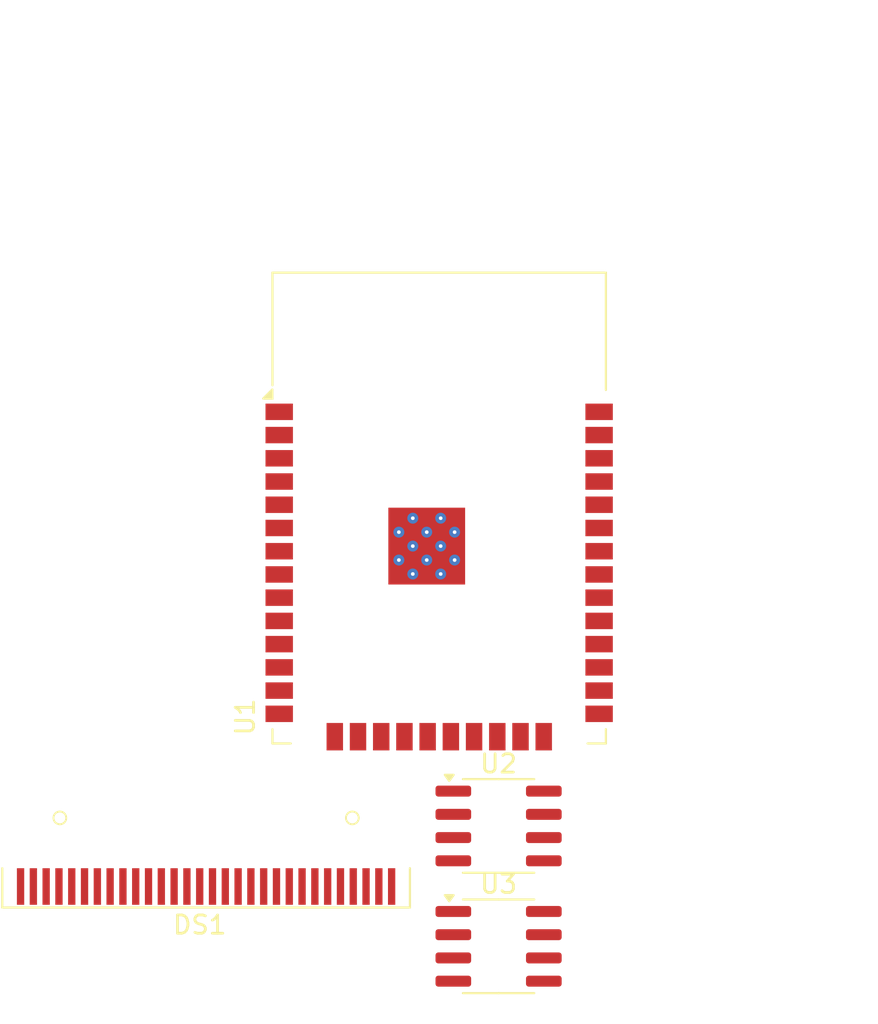
<source format=kicad_pcb>
(kicad_pcb (version 20241229) (generator "pcbnew") (generator_version "9.0")
  (layers (0 "F.Cu" signal) (2 "B.Cu" signal) (13 "F.Paste" user) (15 "B.Paste" user) (5 "F.SilkS" user "F.Silkscreen") (7 "B.SilkS" user "B.Silkscreen") (1 "F.Mask" user) (3 "B.Mask" user) (25 "Edge.Cuts" user))
  (net 0 "")
  (net 7 "Net-(DS1-GND-Pad1)")
  (net 30 "GND")
  (net 40 "Net-(U1-IO21)")
  (net 48 "Net-(U1-IO22)")
  (net 54 "Net-(U1-IO34)")
  (net 71 "Net-(U3-GND)")
  (footprint "Display:OLED-128O064D" (layer "F.Cu") (at 111.1158 101.6066)
    (property "Reference" "DS1" (at -0.35 2.1 0) (layer "F.SilkS"))
    (property "Value" "OLED-128O064D")
    (fp_line (start -11.15 -1) (end -11.15 1.15) (stroke (width 0.12)) (layer "F.SilkS"))
    (fp_line (start -11.15 1.15) (end 11.15 1.15) (stroke (width 0.12)) (layer "F.SilkS"))
    (fp_line (start 11.15 1.15) (end 11.15 -1) (stroke (width 0.12)) (layer "F.SilkS"))
    (fp_circle (center -8 -3.75) (end -7.65 -3.75) (stroke (width 0.1)) (fill no) (layer "F.SilkS"))
    (fp_circle (center 8 -3.75) (end 8.35 -3.75) (stroke (width 0.1)) (fill no) (layer "F.SilkS"))
    (pad "1" smd rect (at -10.15 0) (size 0.4 2) (layers "F.Cu" "F.Mask" "F.Paste") (net 7 "Net-(DS1-GND-Pad1)"))
    (pad "2" smd rect (at -9.45 0) (size 0.4 2) (layers "F.Cu" "F.Mask" "F.Paste"))
    (pad "3" smd rect (at -8.75 0) (size 0.4 2) (layers "F.Cu" "F.Mask" "F.Paste"))
    (pad "4" smd rect (at -8.05 0) (size 0.4 2) (layers "F.Cu" "F.Mask" "F.Paste"))
    (pad "5" smd rect (at -7.35 0) (size 0.4 2) (layers "F.Cu" "F.Mask" "F.Paste"))
    (pad "6" smd rect (at -6.65 0) (size 0.4 2) (layers "F.Cu" "F.Mask" "F.Paste"))
    (pad "7" smd rect (at -5.95 0) (size 0.4 2) (layers "F.Cu" "F.Mask" "F.Paste"))
    (pad "8" smd rect (at -5.25 0) (size 0.4 2) (layers "F.Cu" "F.Mask" "F.Paste"))
    (pad "9" smd rect (at -4.55 0) (size 0.4 2) (layers "F.Cu" "F.Mask" "F.Paste"))
    (pad "10" smd rect (at -3.85 0) (size 0.4 2) (layers "F.Cu" "F.Mask" "F.Paste"))
    (pad "11" smd rect (at -3.15 0) (size 0.4 2) (layers "F.Cu" "F.Mask" "F.Paste"))
    (pad "12" smd rect (at -2.45 0) (size 0.4 2) (layers "F.Cu" "F.Mask" "F.Paste"))
    (pad "13" smd rect (at -1.75 0) (size 0.4 2) (layers "F.Cu" "F.Mask" "F.Paste"))
    (pad "14" smd rect (at -1.05 0) (size 0.4 2) (layers "F.Cu" "F.Mask" "F.Paste"))
    (pad "15" smd rect (at -0.35 0) (size 0.4 2) (layers "F.Cu" "F.Mask" "F.Paste"))
    (pad "16" smd rect (at 0.35 0) (size 0.4 2) (layers "F.Cu" "F.Mask" "F.Paste"))
    (pad "17" smd rect (at 1.05 0) (size 0.4 2) (layers "F.Cu" "F.Mask" "F.Paste"))
    (pad "18" smd rect (at 1.75 0) (size 0.4 2) (layers "F.Cu" "F.Mask" "F.Paste"))
    (pad "19" smd rect (at 2.45 0) (size 0.4 2) (layers "F.Cu" "F.Mask" "F.Paste"))
    (pad "20" smd rect (at 3.15 0) (size 0.4 2) (layers "F.Cu" "F.Mask" "F.Paste"))
    (pad "21" smd rect (at 3.85 0) (size 0.4 2) (layers "F.Cu" "F.Mask" "F.Paste"))
    (pad "22" smd rect (at 4.55 0) (size 0.4 2) (layers "F.Cu" "F.Mask" "F.Paste"))
    (pad "23" smd rect (at 5.25 0) (size 0.4 2) (layers "F.Cu" "F.Mask" "F.Paste"))
    (pad "24" smd rect (at 5.95 0) (size 0.4 2) (layers "F.Cu" "F.Mask" "F.Paste"))
    (pad "25" smd rect (at 6.65 0) (size 0.4 2) (layers "F.Cu" "F.Mask" "F.Paste"))
    (pad "26" smd rect (at 7.35 0) (size 0.4 2) (layers "F.Cu" "F.Mask" "F.Paste"))
    (pad "27" smd rect (at 8.05 0) (size 0.4 2) (layers "F.Cu" "F.Mask" "F.Paste"))
    (pad "28" smd rect (at 8.75 0) (size 0.4 2) (layers "F.Cu" "F.Mask" "F.Paste"))
    (pad "29" smd rect (at 9.45 0) (size 0.4 2) (layers "F.Cu" "F.Mask" "F.Paste"))
    (pad "30" smd rect (at 10.15 0) (size 0.4 2) (layers "F.Cu" "F.Mask" "F.Paste") (net 7 "Net-(DS1-GND-Pad1)"))
  )
  (footprint "Package_SO:SOIC-8_3.9x4.9mm_P1.27mm" (layer "F.Cu") (at 127.1158 104.8766)
    (property "Reference" "U3" (at 0 -3.4 0) (layer "F.SilkS"))
    (property "Value" "TMP36xS")
    (fp_line (start 0 -2.56) (end -1.95 -2.56) (stroke (width 0.12)) (layer "F.SilkS"))
    (fp_line (start 0 -2.56) (end 1.95 -2.56) (stroke (width 0.12)) (layer "F.SilkS"))
    (fp_line (start 0 2.56) (end -1.95 2.56) (stroke (width 0.12)) (layer "F.SilkS"))
    (fp_line (start 0 2.56) (end 1.95 2.56) (stroke (width 0.12)) (layer "F.SilkS"))
    (fp_poly (pts (xy -2.7 -2.465) (xy -2.94 -2.795) (xy -2.46 -2.795)) (stroke (width 0.12)) (fill yes) (layer "F.SilkS"))
    (pad "1" smd roundrect (at -2.475 -1.905) (size 1.95 0.6) (layers "F.Cu" "F.Mask" "F.Paste") (net 54 "Net-(U1-IO34)"))
    (pad "2" smd roundrect (at -2.475 -0.635) (size 1.95 0.6) (layers "F.Cu" "F.Mask" "F.Paste"))
    (pad "3" smd roundrect (at -2.475 0.635) (size 1.95 0.6) (layers "F.Cu" "F.Mask" "F.Paste"))
    (pad "4" smd roundrect (at -2.475 1.905) (size 1.95 0.6) (layers "F.Cu" "F.Mask" "F.Paste") (net 71 "Net-(U3-GND)"))
    (pad "5" smd roundrect (at 2.475 1.905) (size 1.95 0.6) (layers "F.Cu" "F.Mask" "F.Paste"))
    (pad "6" smd roundrect (at 2.475 0.635) (size 1.95 0.6) (layers "F.Cu" "F.Mask" "F.Paste"))
    (pad "7" smd roundrect (at 2.475 -0.635) (size 1.95 0.6) (layers "F.Cu" "F.Mask" "F.Paste"))
    (pad "8" smd roundrect (at 2.475 -1.905) (size 1.95 0.6) (layers "F.Cu" "F.Mask" "F.Paste"))
  )
  (footprint "Package_SO:SOIC-8_3.9x4.9mm_P1.27mm" (layer "F.Cu") (at 127.1158 98.2966)
    (property "Reference" "U2" (at 0 -3.4 0) (layer "F.SilkS"))
    (property "Value" "INA219AxD")
    (fp_line (start 0 -2.56) (end -1.95 -2.56) (stroke (width 0.12)) (layer "F.SilkS"))
    (fp_line (start 0 -2.56) (end 1.95 -2.56) (stroke (width 0.12)) (layer "F.SilkS"))
    (fp_line (start 0 2.56) (end -1.95 2.56) (stroke (width 0.12)) (layer "F.SilkS"))
    (fp_line (start 0 2.56) (end 1.95 2.56) (stroke (width 0.12)) (layer "F.SilkS"))
    (fp_poly (pts (xy -2.7 -2.465) (xy -2.94 -2.795) (xy -2.46 -2.795)) (stroke (width 0.12)) (fill yes) (layer "F.SilkS"))
    (pad "1" smd roundrect (at -2.475 -1.905) (size 1.95 0.6) (layers "F.Cu" "F.Mask" "F.Paste"))
    (pad "2" smd roundrect (at -2.475 -0.635) (size 1.95 0.6) (layers "F.Cu" "F.Mask" "F.Paste"))
    (pad "3" smd roundrect (at -2.475 0.635) (size 1.95 0.6) (layers "F.Cu" "F.Mask" "F.Paste") (net 40 "Net-(U1-IO21)"))
    (pad "4" smd roundrect (at -2.475 1.905) (size 1.95 0.6) (layers "F.Cu" "F.Mask" "F.Paste") (net 48 "Net-(U1-IO22)"))
    (pad "5" smd roundrect (at 2.475 1.905) (size 1.95 0.6) (layers "F.Cu" "F.Mask" "F.Paste"))
    (pad "6" smd roundrect (at 2.475 0.635) (size 1.95 0.6) (layers "F.Cu" "F.Mask" "F.Paste") (net 30 "GND"))
    (pad "7" smd roundrect (at 2.475 -0.635) (size 1.95 0.6) (layers "F.Cu" "F.Mask" "F.Paste"))
    (pad "8" smd roundrect (at 2.475 -1.905) (size 1.95 0.6) (layers "F.Cu" "F.Mask" "F.Paste"))
  )
  (footprint "RF_Module:ESP32-WROOM-32" (layer "F.Cu") (at 123.8658 83.9066)
    (property "Reference" "U1" (at -10.61 8.43 90) (layer "F.SilkS"))
    (property "Value" "ESP32-WROOM-32")
    (fp_line (start -9.12 -15.86) (end -9.12 -9.7) (stroke (width 0.12)) (layer "F.SilkS"))
    (fp_line (start -9.12 -15.86) (end 9.12 -15.86) (stroke (width 0.12)) (layer "F.SilkS"))
    (fp_line (start -9.12 9.1) (end -9.12 9.88) (stroke (width 0.12)) (layer "F.SilkS"))
    (fp_line (start -9.12 9.88) (end -8.12 9.88) (stroke (width 0.12)) (layer "F.SilkS"))
    (fp_line (start 9.12 -15.86) (end 9.12 -9.445) (stroke (width 0.12)) (layer "F.SilkS"))
    (fp_line (start 9.12 9.1) (end 9.12 9.88) (stroke (width 0.12)) (layer "F.SilkS"))
    (fp_line (start 9.12 9.88) (end 8.12 9.88) (stroke (width 0.12)) (layer "F.SilkS"))
    (fp_poly (pts (xy -9.125 -8.975) (xy -9.625 -8.975) (xy -9.125 -9.475) (xy -9.125 -8.975)) (stroke (width 0.12)) (fill yes) (layer "F.SilkS"))
    (pad "1" smd rect (at -8.75 -8.25) (size 1.5 0.9) (layers "F.Cu" "F.Mask" "F.Paste") (net 30 "GND"))
    (pad "2" smd rect (at -8.75 -6.98) (size 1.5 0.9) (layers "F.Cu" "F.Mask" "F.Paste"))
    (pad "3" smd rect (at -8.75 -5.71) (size 1.5 0.9) (layers "F.Cu" "F.Mask" "F.Paste"))
    (pad "4" smd rect (at -8.75 -4.44) (size 1.5 0.9) (layers "F.Cu" "F.Mask" "F.Paste"))
    (pad "5" smd rect (at -8.75 -3.17) (size 1.5 0.9) (layers "F.Cu" "F.Mask" "F.Paste"))
    (pad "6" smd rect (at -8.75 -1.9) (size 1.5 0.9) (layers "F.Cu" "F.Mask" "F.Paste") (net 54 "Net-(U1-IO34)"))
    (pad "7" smd rect (at -8.75 -0.63) (size 1.5 0.9) (layers "F.Cu" "F.Mask" "F.Paste"))
    (pad "8" smd rect (at -8.75 0.64) (size 1.5 0.9) (layers "F.Cu" "F.Mask" "F.Paste"))
    (pad "9" smd rect (at -8.75 1.91) (size 1.5 0.9) (layers "F.Cu" "F.Mask" "F.Paste"))
    (pad "10" smd rect (at -8.75 3.18) (size 1.5 0.9) (layers "F.Cu" "F.Mask" "F.Paste"))
    (pad "11" smd rect (at -8.75 4.45) (size 1.5 0.9) (layers "F.Cu" "F.Mask" "F.Paste"))
    (pad "12" smd rect (at -8.75 5.72) (size 1.5 0.9) (layers "F.Cu" "F.Mask" "F.Paste"))
    (pad "13" smd rect (at -8.75 6.99) (size 1.5 0.9) (layers "F.Cu" "F.Mask" "F.Paste"))
    (pad "14" smd rect (at -8.75 8.26) (size 1.5 0.9) (layers "F.Cu" "F.Mask" "F.Paste"))
    (pad "15" smd rect (at -5.71 9.51 90) (size 1.5 0.9) (layers "F.Cu" "F.Mask" "F.Paste") (net 30 "GND"))
    (pad "16" smd rect (at -4.44 9.51 90) (size 1.5 0.9) (layers "F.Cu" "F.Mask" "F.Paste"))
    (pad "17" smd rect (at -3.17 9.51 90) (size 1.5 0.9) (layers "F.Cu" "F.Mask" "F.Paste"))
    (pad "18" smd rect (at -1.9 9.51 90) (size 1.5 0.9) (layers "F.Cu" "F.Mask" "F.Paste"))
    (pad "19" smd rect (at -0.63 9.51 90) (size 1.5 0.9) (layers "F.Cu" "F.Mask" "F.Paste"))
    (pad "20" smd rect (at 0.64 9.51 90) (size 1.5 0.9) (layers "F.Cu" "F.Mask" "F.Paste"))
    (pad "21" smd rect (at 1.91 9.51 90) (size 1.5 0.9) (layers "F.Cu" "F.Mask" "F.Paste"))
    (pad "22" smd rect (at 3.18 9.51 90) (size 1.5 0.9) (layers "F.Cu" "F.Mask" "F.Paste"))
    (pad "23" smd rect (at 4.45 9.51 90) (size 1.5 0.9) (layers "F.Cu" "F.Mask" "F.Paste"))
    (pad "24" smd rect (at 5.72 9.51 90) (size 1.5 0.9) (layers "F.Cu" "F.Mask" "F.Paste"))
    (pad "25" smd rect (at 8.75 8.26) (size 1.5 0.9) (layers "F.Cu" "F.Mask" "F.Paste"))
    (pad "26" smd rect (at 8.75 6.99) (size 1.5 0.9) (layers "F.Cu" "F.Mask" "F.Paste"))
    (pad "27" smd rect (at 8.75 5.72) (size 1.5 0.9) (layers "F.Cu" "F.Mask" "F.Paste"))
    (pad "28" smd rect (at 8.75 4.45) (size 1.5 0.9) (layers "F.Cu" "F.Mask" "F.Paste"))
    (pad "29" smd rect (at 8.75 3.18) (size 1.5 0.9) (layers "F.Cu" "F.Mask" "F.Paste"))
    (pad "30" smd rect (at 8.75 1.91) (size 1.5 0.9) (layers "F.Cu" "F.Mask" "F.Paste"))
    (pad "31" smd rect (at 8.75 0.64) (size 1.5 0.9) (layers "F.Cu" "F.Mask" "F.Paste"))
    (pad "32" smd rect (at 8.75 -0.63) (size 1.5 0.9) (layers "F.Cu" "F.Mask" "F.Paste"))
    (pad "33" smd rect (at 8.75 -1.9) (size 1.5 0.9) (layers "F.Cu" "F.Mask" "F.Paste") (net 40 "Net-(U1-IO21)"))
    (pad "34" smd rect (at 8.75 -3.17) (size 1.5 0.9) (layers "F.Cu" "F.Mask" "F.Paste"))
    (pad "35" smd rect (at 8.75 -4.44) (size 1.5 0.9) (layers "F.Cu" "F.Mask" "F.Paste"))
    (pad "36" smd rect (at 8.75 -5.71) (size 1.5 0.9) (layers "F.Cu" "F.Mask" "F.Paste") (net 48 "Net-(U1-IO22)"))
    (pad "37" smd rect (at 8.75 -6.98) (size 1.5 0.9) (layers "F.Cu" "F.Mask" "F.Paste"))
    (pad "38" smd rect (at 8.75 -8.25) (size 1.5 0.9) (layers "F.Cu" "F.Mask" "F.Paste") (net 30 "GND"))
    (pad "39" smd rect (at -2.205 -2.435) (size 1.05 1.05) (layers "F.Cu" "F.Paste") (net 30 "GND"))
    (pad "39" thru_hole circle (at -2.205 -1.6725) (size 0.6 0.6) (drill 0.2) (property pad_prop_heatsink) (layers "*.Cu" "F.Mask") (net 30 "GND"))
    (pad "39" smd rect (at -2.205 -0.91) (size 1.05 1.05) (layers "F.Cu" "F.Paste") (net 30 "GND"))
    (pad "39" thru_hole circle (at -2.205 -0.1475) (size 0.6 0.6) (drill 0.2) (property pad_prop_heatsink) (layers "*.Cu" "F.Mask") (net 30 "GND"))
    (pad "39" smd rect (at -2.205 0.615) (size 1.05 1.05) (layers "F.Cu" "F.Paste") (net 30 "GND"))
    (pad "39" thru_hole circle (at -1.4425 -2.435) (size 0.6 0.6) (drill 0.2) (property pad_prop_heatsink) (layers "*.Cu" "F.Mask") (net 30 "GND"))
    (pad "39" thru_hole circle (at -1.4425 -0.91) (size 0.6 0.6) (drill 0.2) (property pad_prop_heatsink) (layers "*.Cu" "F.Mask") (net 30 "GND"))
    (pad "39" thru_hole circle (at -1.4425 0.615) (size 0.6 0.6) (drill 0.2) (property pad_prop_heatsink) (layers "*.Cu" "F.Mask") (net 30 "GND"))
    (pad "39" smd rect (at -0.68 -2.435) (size 1.05 1.05) (layers "F.Cu" "F.Paste") (net 30 "GND"))
    (pad "39" thru_hole circle (at -0.68 -1.6725) (size 0.6 0.6) (drill 0.2) (property pad_prop_heatsink) (layers "*.Cu" "F.Mask") (net 30 "GND"))
    (pad "39" smd rect (at -0.68 -0.91) (size 1.05 1.05) (layers "F.Cu" "F.Paste") (net 30 "GND"))
    (pad "39" smd rect (at -0.68 -0.91) (size 4.2 4.2) (property pad_prop_heatsink) (layers "F.Cu" "F.Mask") (net 30 "GND"))
    (pad "39" thru_hole circle (at -0.68 -0.1475) (size 0.6 0.6) (drill 0.2) (property pad_prop_heatsink) (layers "*.Cu" "F.Mask") (net 30 "GND"))
    (pad "39" smd rect (at -0.68 0.615) (size 1.05 1.05) (layers "F.Cu" "F.Paste") (net 30 "GND"))
    (pad "39" thru_hole circle (at 0.0825 -2.435) (size 0.6 0.6) (drill 0.2) (property pad_prop_heatsink) (layers "*.Cu" "F.Mask") (net 30 "GND"))
    (pad "39" thru_hole circle (at 0.0825 -0.91) (size 0.6 0.6) (drill 0.2) (property pad_prop_heatsink) (layers "*.Cu" "F.Mask") (net 30 "GND"))
    (pad "39" thru_hole circle (at 0.0825 0.615) (size 0.6 0.6) (drill 0.2) (property pad_prop_heatsink) (layers "*.Cu" "F.Mask") (net 30 "GND"))
    (pad "39" smd rect (at 0.845 -2.435) (size 1.05 1.05) (layers "F.Cu" "F.Paste") (net 30 "GND"))
    (pad "39" thru_hole circle (at 0.845 -1.6725) (size 0.6 0.6) (drill 0.2) (property pad_prop_heatsink) (layers "*.Cu" "F.Mask") (net 30 "GND"))
    (pad "39" smd rect (at 0.845 -0.91) (size 1.05 1.05) (layers "F.Cu" "F.Paste") (net 30 "GND"))
    (pad "39" thru_hole circle (at 0.845 -0.1475) (size 0.6 0.6) (drill 0.2) (property pad_prop_heatsink) (layers "*.Cu" "F.Mask") (net 30 "GND"))
    (pad "39" smd rect (at 0.845 0.615) (size 1.05 1.05) (layers "F.Cu" "F.Paste") (net 30 "GND"))
  )
)
</source>
